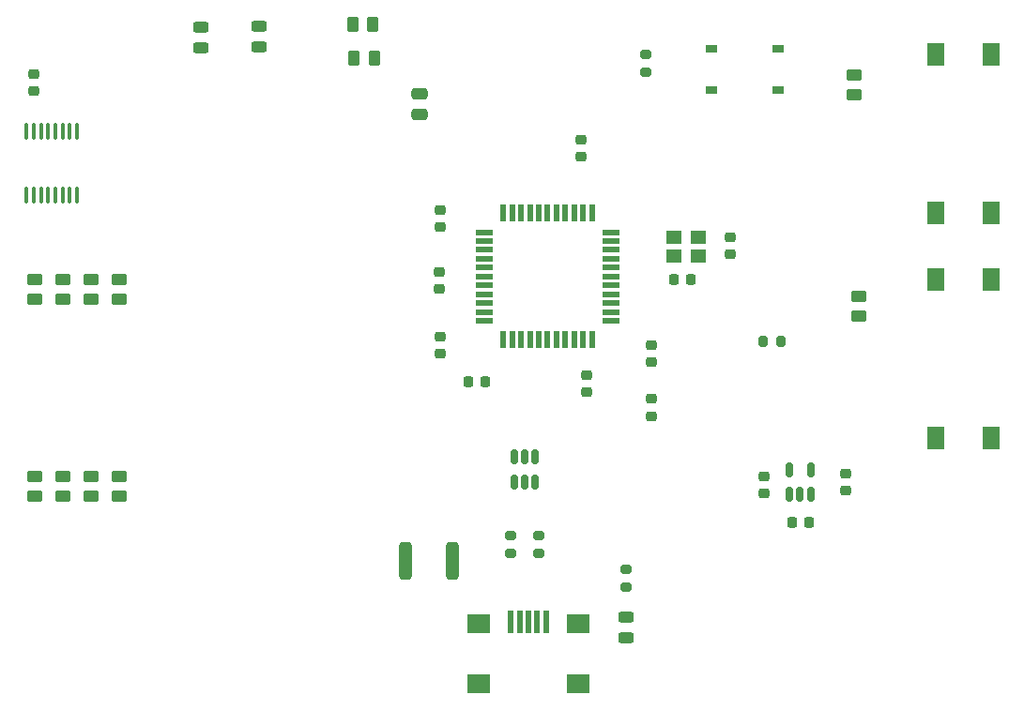
<source format=gbr>
%TF.GenerationSoftware,KiCad,Pcbnew,(7.0.0)*%
%TF.CreationDate,2023-04-20T13:43:01-06:00*%
%TF.ProjectId,Phase_B_ATMEGA_v3,50686173-655f-4425-9f41-544d4547415f,rev?*%
%TF.SameCoordinates,Original*%
%TF.FileFunction,Paste,Top*%
%TF.FilePolarity,Positive*%
%FSLAX46Y46*%
G04 Gerber Fmt 4.6, Leading zero omitted, Abs format (unit mm)*
G04 Created by KiCad (PCBNEW (7.0.0)) date 2023-04-20 13:43:01*
%MOMM*%
%LPD*%
G01*
G04 APERTURE LIST*
G04 Aperture macros list*
%AMRoundRect*
0 Rectangle with rounded corners*
0 $1 Rounding radius*
0 $2 $3 $4 $5 $6 $7 $8 $9 X,Y pos of 4 corners*
0 Add a 4 corners polygon primitive as box body*
4,1,4,$2,$3,$4,$5,$6,$7,$8,$9,$2,$3,0*
0 Add four circle primitives for the rounded corners*
1,1,$1+$1,$2,$3*
1,1,$1+$1,$4,$5*
1,1,$1+$1,$6,$7*
1,1,$1+$1,$8,$9*
0 Add four rect primitives between the rounded corners*
20,1,$1+$1,$2,$3,$4,$5,0*
20,1,$1+$1,$4,$5,$6,$7,0*
20,1,$1+$1,$6,$7,$8,$9,0*
20,1,$1+$1,$8,$9,$2,$3,0*%
G04 Aperture macros list end*
%ADD10RoundRect,0.225000X-0.225000X-0.250000X0.225000X-0.250000X0.225000X0.250000X-0.225000X0.250000X0*%
%ADD11RoundRect,0.243750X-0.456250X0.243750X-0.456250X-0.243750X0.456250X-0.243750X0.456250X0.243750X0*%
%ADD12RoundRect,0.200000X0.275000X-0.200000X0.275000X0.200000X-0.275000X0.200000X-0.275000X-0.200000X0*%
%ADD13RoundRect,0.243750X0.456250X-0.243750X0.456250X0.243750X-0.456250X0.243750X-0.456250X-0.243750X0*%
%ADD14RoundRect,0.250000X-0.450000X0.262500X-0.450000X-0.262500X0.450000X-0.262500X0.450000X0.262500X0*%
%ADD15RoundRect,0.100000X0.100000X-0.637500X0.100000X0.637500X-0.100000X0.637500X-0.100000X-0.637500X0*%
%ADD16R,0.550000X1.500000*%
%ADD17R,1.500000X0.550000*%
%ADD18RoundRect,0.150000X0.150000X-0.512500X0.150000X0.512500X-0.150000X0.512500X-0.150000X-0.512500X0*%
%ADD19RoundRect,0.225000X-0.250000X0.225000X-0.250000X-0.225000X0.250000X-0.225000X0.250000X0.225000X0*%
%ADD20RoundRect,0.225000X0.250000X-0.225000X0.250000X0.225000X-0.250000X0.225000X-0.250000X-0.225000X0*%
%ADD21R,1.500000X2.000000*%
%ADD22RoundRect,0.200000X-0.200000X-0.275000X0.200000X-0.275000X0.200000X0.275000X-0.200000X0.275000X0*%
%ADD23R,0.500000X2.000000*%
%ADD24R,2.000000X1.700000*%
%ADD25R,1.000000X0.700000*%
%ADD26RoundRect,0.250000X0.312500X1.450000X-0.312500X1.450000X-0.312500X-1.450000X0.312500X-1.450000X0*%
%ADD27RoundRect,0.250000X0.475000X-0.250000X0.475000X0.250000X-0.475000X0.250000X-0.475000X-0.250000X0*%
%ADD28RoundRect,0.200000X-0.275000X0.200000X-0.275000X-0.200000X0.275000X-0.200000X0.275000X0.200000X0*%
%ADD29R,1.400000X1.200000*%
%ADD30RoundRect,0.250000X0.262500X0.450000X-0.262500X0.450000X-0.262500X-0.450000X0.262500X-0.450000X0*%
%ADD31RoundRect,0.225000X0.225000X0.250000X-0.225000X0.250000X-0.225000X-0.250000X0.225000X-0.250000X0*%
G04 APERTURE END LIST*
D10*
%TO.C,C3*%
X159217000Y-52070000D03*
X160767000Y-52070000D03*
%TD*%
D11*
%TO.C,D2*%
X121793000Y-29240000D03*
X121793000Y-31115000D03*
%TD*%
D12*
%TO.C,R15*%
X144515000Y-76822500D03*
X144515000Y-75172500D03*
%TD*%
D13*
%TO.C,D3*%
X154940000Y-84425000D03*
X154940000Y-82550000D03*
%TD*%
D14*
%TO.C,R11*%
X101600000Y-52070000D03*
X101600000Y-53895000D03*
%TD*%
D15*
%TO.C,U2*%
X100860000Y-44450000D03*
X101510000Y-44450000D03*
X102160000Y-44450000D03*
X102810000Y-44450000D03*
X103460000Y-44450000D03*
X104110000Y-44450000D03*
X104760000Y-44450000D03*
X105410000Y-44450000D03*
X105410000Y-38725000D03*
X104760000Y-38725000D03*
X104110000Y-38725000D03*
X103460000Y-38725000D03*
X102810000Y-38725000D03*
X102160000Y-38725000D03*
X101510000Y-38725000D03*
X100860000Y-38725000D03*
%TD*%
D16*
%TO.C,U3*%
X143854999Y-57504999D03*
X144654999Y-57504999D03*
X145454999Y-57504999D03*
X146254999Y-57504999D03*
X147054999Y-57504999D03*
X147854999Y-57504999D03*
X148654999Y-57504999D03*
X149454999Y-57504999D03*
X150254999Y-57504999D03*
X151054999Y-57504999D03*
X151854999Y-57504999D03*
D17*
X153554999Y-55804999D03*
X153554999Y-55004999D03*
X153554999Y-54204999D03*
X153554999Y-53404999D03*
X153554999Y-52604999D03*
X153554999Y-51804999D03*
X153554999Y-51004999D03*
X153554999Y-50204999D03*
X153554999Y-49404999D03*
X153554999Y-48604999D03*
X153554999Y-47804999D03*
D16*
X151854999Y-46104999D03*
X151054999Y-46104999D03*
X150254999Y-46104999D03*
X149454999Y-46104999D03*
X148654999Y-46104999D03*
X147854999Y-46104999D03*
X147054999Y-46104999D03*
X146254999Y-46104999D03*
X145454999Y-46104999D03*
X144654999Y-46104999D03*
X143854999Y-46104999D03*
D17*
X142154999Y-47804999D03*
X142154999Y-48604999D03*
X142154999Y-49404999D03*
X142154999Y-50204999D03*
X142154999Y-51004999D03*
X142154999Y-51804999D03*
X142154999Y-52604999D03*
X142154999Y-53404999D03*
X142154999Y-54204999D03*
X142154999Y-55004999D03*
X142154999Y-55804999D03*
%TD*%
D12*
%TO.C,R13*%
X156718000Y-33375600D03*
X156718000Y-31725600D03*
%TD*%
D18*
%TO.C,U5*%
X169672000Y-71501000D03*
X170622000Y-71501000D03*
X171572000Y-71501000D03*
X171572000Y-69226000D03*
X169672000Y-69226000D03*
%TD*%
D14*
%TO.C,R8*%
X106680000Y-69850000D03*
X106680000Y-71675000D03*
%TD*%
D19*
%TO.C,C15*%
X174752000Y-69596000D03*
X174752000Y-71146000D03*
%TD*%
D14*
%TO.C,R7*%
X101600000Y-69850000D03*
X101600000Y-71675000D03*
%TD*%
D20*
%TO.C,C12*%
X138049000Y-52959000D03*
X138049000Y-51409000D03*
%TD*%
D21*
%TO.C,S2*%
X182879999Y-66369999D03*
X182879999Y-52069999D03*
X187879999Y-66369999D03*
X187879999Y-52069999D03*
%TD*%
D14*
%TO.C,R1*%
X175514000Y-33608000D03*
X175514000Y-35433000D03*
%TD*%
D20*
%TO.C,C2*%
X164297000Y-49810000D03*
X164297000Y-48260000D03*
%TD*%
D22*
%TO.C,R17*%
X167257000Y-57674000D03*
X168907000Y-57674000D03*
%TD*%
D14*
%TO.C,R10*%
X109220000Y-52070000D03*
X109220000Y-53895000D03*
%TD*%
D23*
%TO.C,J2*%
X144524999Y-83012499D03*
X145324999Y-83012499D03*
X146124999Y-83012499D03*
X146924999Y-83012499D03*
X147724999Y-83012499D03*
D24*
X141674999Y-83112499D03*
X141674999Y-88562499D03*
X150574999Y-83112499D03*
X150574999Y-88562499D03*
%TD*%
D20*
%TO.C,C7*%
X138165000Y-47345000D03*
X138165000Y-45795000D03*
%TD*%
D19*
%TO.C,C9*%
X157226000Y-62865000D03*
X157226000Y-64415000D03*
%TD*%
D14*
%TO.C,R5*%
X104140000Y-52070000D03*
X104140000Y-53895000D03*
%TD*%
D18*
%TO.C,U4*%
X144835000Y-70340000D03*
X145785000Y-70340000D03*
X146735000Y-70340000D03*
X146735000Y-68065000D03*
X145785000Y-68065000D03*
X144835000Y-68065000D03*
%TD*%
D14*
%TO.C,R6*%
X106680000Y-52070000D03*
X106680000Y-53895000D03*
%TD*%
D25*
%TO.C,S3*%
X162655999Y-31241999D03*
X168655999Y-31241999D03*
X162655999Y-34941999D03*
X168655999Y-34941999D03*
%TD*%
D14*
%TO.C,R9*%
X109220000Y-69850000D03*
X109220000Y-71675000D03*
%TD*%
D20*
%TO.C,C1*%
X101473000Y-35052000D03*
X101473000Y-33502000D03*
%TD*%
D26*
%TO.C,F1*%
X139297500Y-77470000D03*
X135022500Y-77470000D03*
%TD*%
D27*
%TO.C,C8*%
X136347200Y-37185600D03*
X136347200Y-35285600D03*
%TD*%
D14*
%TO.C,R2*%
X175895000Y-53594000D03*
X175895000Y-55419000D03*
%TD*%
D10*
%TO.C,C13*%
X169900000Y-74041000D03*
X171450000Y-74041000D03*
%TD*%
D28*
%TO.C,R16*%
X154940000Y-78233000D03*
X154940000Y-79883000D03*
%TD*%
D29*
%TO.C,Y1*%
X161416999Y-48259999D03*
X159216999Y-48259999D03*
X159216999Y-49959999D03*
X161416999Y-49959999D03*
%TD*%
D30*
%TO.C,R4*%
X132103500Y-29083000D03*
X130278500Y-29083000D03*
%TD*%
D19*
%TO.C,C6*%
X138165000Y-57225000D03*
X138165000Y-58775000D03*
%TD*%
%TO.C,C14*%
X167386000Y-69850000D03*
X167386000Y-71400000D03*
%TD*%
D12*
%TO.C,R14*%
X147055000Y-76822500D03*
X147055000Y-75172500D03*
%TD*%
D31*
%TO.C,C5*%
X142255000Y-61315000D03*
X140705000Y-61315000D03*
%TD*%
D19*
%TO.C,C11*%
X157215000Y-58000000D03*
X157215000Y-59550000D03*
%TD*%
D21*
%TO.C,S1*%
X182879999Y-46049999D03*
X182879999Y-31749999D03*
X187879999Y-46049999D03*
X187879999Y-31749999D03*
%TD*%
D19*
%TO.C,C4*%
X151384000Y-60680000D03*
X151384000Y-62230000D03*
%TD*%
D20*
%TO.C,C10*%
X150865000Y-40995000D03*
X150865000Y-39445000D03*
%TD*%
D14*
%TO.C,R12*%
X104140000Y-69850000D03*
X104140000Y-71675000D03*
%TD*%
D30*
%TO.C,R3*%
X132230500Y-32131000D03*
X130405500Y-32131000D03*
%TD*%
D11*
%TO.C,D1*%
X116586000Y-29288500D03*
X116586000Y-31163500D03*
%TD*%
M02*

</source>
